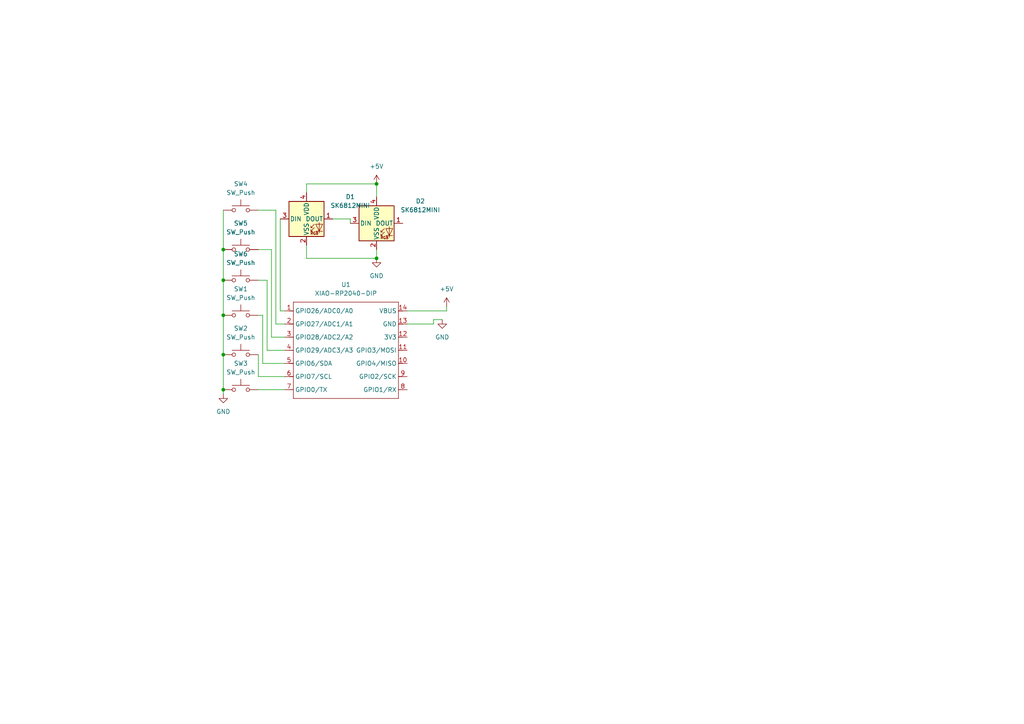
<source format=kicad_sch>
(kicad_sch
	(version 20250114)
	(generator "eeschema")
	(generator_version "9.0")
	(uuid "1fe6042a-8ea1-4b88-91d0-50b3e03889a3")
	(paper "A4")
	(lib_symbols
		(symbol "LED:SK6812MINI"
			(pin_names
				(offset 0.254)
			)
			(exclude_from_sim no)
			(in_bom yes)
			(on_board yes)
			(property "Reference" "D"
				(at 5.08 5.715 0)
				(effects
					(font
						(size 1.27 1.27)
					)
					(justify right bottom)
				)
			)
			(property "Value" "SK6812MINI"
				(at 1.27 -5.715 0)
				(effects
					(font
						(size 1.27 1.27)
					)
					(justify left top)
				)
			)
			(property "Footprint" "LED_SMD:LED_SK6812MINI_PLCC4_3.5x3.5mm_P1.75mm"
				(at 1.27 -7.62 0)
				(effects
					(font
						(size 1.27 1.27)
					)
					(justify left top)
					(hide yes)
				)
			)
			(property "Datasheet" "https://cdn-shop.adafruit.com/product-files/2686/SK6812MINI_REV.01-1-2.pdf"
				(at 2.54 -9.525 0)
				(effects
					(font
						(size 1.27 1.27)
					)
					(justify left top)
					(hide yes)
				)
			)
			(property "Description" "RGB LED with integrated controller"
				(at 0 0 0)
				(effects
					(font
						(size 1.27 1.27)
					)
					(hide yes)
				)
			)
			(property "ki_keywords" "RGB LED NeoPixel Mini addressable"
				(at 0 0 0)
				(effects
					(font
						(size 1.27 1.27)
					)
					(hide yes)
				)
			)
			(property "ki_fp_filters" "LED*SK6812MINI*PLCC*3.5x3.5mm*P1.75mm*"
				(at 0 0 0)
				(effects
					(font
						(size 1.27 1.27)
					)
					(hide yes)
				)
			)
			(symbol "SK6812MINI_0_0"
				(text "RGB"
					(at 2.286 -4.191 0)
					(effects
						(font
							(size 0.762 0.762)
						)
					)
				)
			)
			(symbol "SK6812MINI_0_1"
				(polyline
					(pts
						(xy 1.27 -2.54) (xy 1.778 -2.54)
					)
					(stroke
						(width 0)
						(type default)
					)
					(fill
						(type none)
					)
				)
				(polyline
					(pts
						(xy 1.27 -3.556) (xy 1.778 -3.556)
					)
					(stroke
						(width 0)
						(type default)
					)
					(fill
						(type none)
					)
				)
				(polyline
					(pts
						(xy 2.286 -1.524) (xy 1.27 -2.54) (xy 1.27 -2.032)
					)
					(stroke
						(width 0)
						(type default)
					)
					(fill
						(type none)
					)
				)
				(polyline
					(pts
						(xy 2.286 -2.54) (xy 1.27 -3.556) (xy 1.27 -3.048)
					)
					(stroke
						(width 0)
						(type default)
					)
					(fill
						(type none)
					)
				)
				(polyline
					(pts
						(xy 3.683 -1.016) (xy 3.683 -3.556) (xy 3.683 -4.064)
					)
					(stroke
						(width 0)
						(type default)
					)
					(fill
						(type none)
					)
				)
				(polyline
					(pts
						(xy 4.699 -1.524) (xy 2.667 -1.524) (xy 3.683 -3.556) (xy 4.699 -1.524)
					)
					(stroke
						(width 0)
						(type default)
					)
					(fill
						(type none)
					)
				)
				(polyline
					(pts
						(xy 4.699 -3.556) (xy 2.667 -3.556)
					)
					(stroke
						(width 0)
						(type default)
					)
					(fill
						(type none)
					)
				)
				(rectangle
					(start 5.08 5.08)
					(end -5.08 -5.08)
					(stroke
						(width 0.254)
						(type default)
					)
					(fill
						(type background)
					)
				)
			)
			(symbol "SK6812MINI_1_1"
				(pin input line
					(at -7.62 0 0)
					(length 2.54)
					(name "DIN"
						(effects
							(font
								(size 1.27 1.27)
							)
						)
					)
					(number "3"
						(effects
							(font
								(size 1.27 1.27)
							)
						)
					)
				)
				(pin power_in line
					(at 0 7.62 270)
					(length 2.54)
					(name "VDD"
						(effects
							(font
								(size 1.27 1.27)
							)
						)
					)
					(number "4"
						(effects
							(font
								(size 1.27 1.27)
							)
						)
					)
				)
				(pin power_in line
					(at 0 -7.62 90)
					(length 2.54)
					(name "VSS"
						(effects
							(font
								(size 1.27 1.27)
							)
						)
					)
					(number "2"
						(effects
							(font
								(size 1.27 1.27)
							)
						)
					)
				)
				(pin output line
					(at 7.62 0 180)
					(length 2.54)
					(name "DOUT"
						(effects
							(font
								(size 1.27 1.27)
							)
						)
					)
					(number "1"
						(effects
							(font
								(size 1.27 1.27)
							)
						)
					)
				)
			)
			(embedded_fonts no)
		)
		(symbol "Switch:SW_Push"
			(pin_numbers
				(hide yes)
			)
			(pin_names
				(offset 1.016)
				(hide yes)
			)
			(exclude_from_sim no)
			(in_bom yes)
			(on_board yes)
			(property "Reference" "SW"
				(at 1.27 2.54 0)
				(effects
					(font
						(size 1.27 1.27)
					)
					(justify left)
				)
			)
			(property "Value" "SW_Push"
				(at 0 -1.524 0)
				(effects
					(font
						(size 1.27 1.27)
					)
				)
			)
			(property "Footprint" ""
				(at 0 5.08 0)
				(effects
					(font
						(size 1.27 1.27)
					)
					(hide yes)
				)
			)
			(property "Datasheet" "~"
				(at 0 5.08 0)
				(effects
					(font
						(size 1.27 1.27)
					)
					(hide yes)
				)
			)
			(property "Description" "Push button switch, generic, two pins"
				(at 0 0 0)
				(effects
					(font
						(size 1.27 1.27)
					)
					(hide yes)
				)
			)
			(property "ki_keywords" "switch normally-open pushbutton push-button"
				(at 0 0 0)
				(effects
					(font
						(size 1.27 1.27)
					)
					(hide yes)
				)
			)
			(symbol "SW_Push_0_1"
				(circle
					(center -2.032 0)
					(radius 0.508)
					(stroke
						(width 0)
						(type default)
					)
					(fill
						(type none)
					)
				)
				(polyline
					(pts
						(xy 0 1.27) (xy 0 3.048)
					)
					(stroke
						(width 0)
						(type default)
					)
					(fill
						(type none)
					)
				)
				(circle
					(center 2.032 0)
					(radius 0.508)
					(stroke
						(width 0)
						(type default)
					)
					(fill
						(type none)
					)
				)
				(polyline
					(pts
						(xy 2.54 1.27) (xy -2.54 1.27)
					)
					(stroke
						(width 0)
						(type default)
					)
					(fill
						(type none)
					)
				)
				(pin passive line
					(at -5.08 0 0)
					(length 2.54)
					(name "1"
						(effects
							(font
								(size 1.27 1.27)
							)
						)
					)
					(number "1"
						(effects
							(font
								(size 1.27 1.27)
							)
						)
					)
				)
				(pin passive line
					(at 5.08 0 180)
					(length 2.54)
					(name "2"
						(effects
							(font
								(size 1.27 1.27)
							)
						)
					)
					(number "2"
						(effects
							(font
								(size 1.27 1.27)
							)
						)
					)
				)
			)
			(embedded_fonts no)
		)
		(symbol "opl:XIAO-RP2040-DIP"
			(exclude_from_sim no)
			(in_bom yes)
			(on_board yes)
			(property "Reference" "U"
				(at 0 0 0)
				(effects
					(font
						(size 1.27 1.27)
					)
				)
			)
			(property "Value" "XIAO-RP2040-DIP"
				(at 5.334 -1.778 0)
				(effects
					(font
						(size 1.27 1.27)
					)
				)
			)
			(property "Footprint" "Module:MOUDLE14P-XIAO-DIP-SMD"
				(at 14.478 -32.258 0)
				(effects
					(font
						(size 1.27 1.27)
					)
					(hide yes)
				)
			)
			(property "Datasheet" ""
				(at 0 0 0)
				(effects
					(font
						(size 1.27 1.27)
					)
					(hide yes)
				)
			)
			(property "Description" ""
				(at 0 0 0)
				(effects
					(font
						(size 1.27 1.27)
					)
					(hide yes)
				)
			)
			(symbol "XIAO-RP2040-DIP_1_0"
				(polyline
					(pts
						(xy -1.27 -2.54) (xy 29.21 -2.54)
					)
					(stroke
						(width 0.1524)
						(type solid)
					)
					(fill
						(type none)
					)
				)
				(polyline
					(pts
						(xy -1.27 -5.08) (xy -2.54 -5.08)
					)
					(stroke
						(width 0.1524)
						(type solid)
					)
					(fill
						(type none)
					)
				)
				(polyline
					(pts
						(xy -1.27 -5.08) (xy -1.27 -2.54)
					)
					(stroke
						(width 0.1524)
						(type solid)
					)
					(fill
						(type none)
					)
				)
				(polyline
					(pts
						(xy -1.27 -8.89) (xy -2.54 -8.89)
					)
					(stroke
						(width 0.1524)
						(type solid)
					)
					(fill
						(type none)
					)
				)
				(polyline
					(pts
						(xy -1.27 -8.89) (xy -1.27 -5.08)
					)
					(stroke
						(width 0.1524)
						(type solid)
					)
					(fill
						(type none)
					)
				)
				(polyline
					(pts
						(xy -1.27 -12.7) (xy -2.54 -12.7)
					)
					(stroke
						(width 0.1524)
						(type solid)
					)
					(fill
						(type none)
					)
				)
				(polyline
					(pts
						(xy -1.27 -12.7) (xy -1.27 -8.89)
					)
					(stroke
						(width 0.1524)
						(type solid)
					)
					(fill
						(type none)
					)
				)
				(polyline
					(pts
						(xy -1.27 -16.51) (xy -2.54 -16.51)
					)
					(stroke
						(width 0.1524)
						(type solid)
					)
					(fill
						(type none)
					)
				)
				(polyline
					(pts
						(xy -1.27 -16.51) (xy -1.27 -12.7)
					)
					(stroke
						(width 0.1524)
						(type solid)
					)
					(fill
						(type none)
					)
				)
				(polyline
					(pts
						(xy -1.27 -20.32) (xy -2.54 -20.32)
					)
					(stroke
						(width 0.1524)
						(type solid)
					)
					(fill
						(type none)
					)
				)
				(polyline
					(pts
						(xy -1.27 -24.13) (xy -2.54 -24.13)
					)
					(stroke
						(width 0.1524)
						(type solid)
					)
					(fill
						(type none)
					)
				)
				(polyline
					(pts
						(xy -1.27 -27.94) (xy -2.54 -27.94)
					)
					(stroke
						(width 0.1524)
						(type solid)
					)
					(fill
						(type none)
					)
				)
				(polyline
					(pts
						(xy -1.27 -30.48) (xy -1.27 -16.51)
					)
					(stroke
						(width 0.1524)
						(type solid)
					)
					(fill
						(type none)
					)
				)
				(polyline
					(pts
						(xy 29.21 -2.54) (xy 29.21 -5.08)
					)
					(stroke
						(width 0.1524)
						(type solid)
					)
					(fill
						(type none)
					)
				)
				(polyline
					(pts
						(xy 29.21 -5.08) (xy 29.21 -8.89)
					)
					(stroke
						(width 0.1524)
						(type solid)
					)
					(fill
						(type none)
					)
				)
				(polyline
					(pts
						(xy 29.21 -8.89) (xy 29.21 -12.7)
					)
					(stroke
						(width 0.1524)
						(type solid)
					)
					(fill
						(type none)
					)
				)
				(polyline
					(pts
						(xy 29.21 -12.7) (xy 29.21 -30.48)
					)
					(stroke
						(width 0.1524)
						(type solid)
					)
					(fill
						(type none)
					)
				)
				(polyline
					(pts
						(xy 29.21 -30.48) (xy -1.27 -30.48)
					)
					(stroke
						(width 0.1524)
						(type solid)
					)
					(fill
						(type none)
					)
				)
				(polyline
					(pts
						(xy 30.48 -5.08) (xy 29.21 -5.08)
					)
					(stroke
						(width 0.1524)
						(type solid)
					)
					(fill
						(type none)
					)
				)
				(polyline
					(pts
						(xy 30.48 -8.89) (xy 29.21 -8.89)
					)
					(stroke
						(width 0.1524)
						(type solid)
					)
					(fill
						(type none)
					)
				)
				(polyline
					(pts
						(xy 30.48 -12.7) (xy 29.21 -12.7)
					)
					(stroke
						(width 0.1524)
						(type solid)
					)
					(fill
						(type none)
					)
				)
				(polyline
					(pts
						(xy 30.48 -16.51) (xy 29.21 -16.51)
					)
					(stroke
						(width 0.1524)
						(type solid)
					)
					(fill
						(type none)
					)
				)
				(polyline
					(pts
						(xy 30.48 -20.32) (xy 29.21 -20.32)
					)
					(stroke
						(width 0.1524)
						(type solid)
					)
					(fill
						(type none)
					)
				)
				(polyline
					(pts
						(xy 30.48 -24.13) (xy 29.21 -24.13)
					)
					(stroke
						(width 0.1524)
						(type solid)
					)
					(fill
						(type none)
					)
				)
				(polyline
					(pts
						(xy 30.48 -27.94) (xy 29.21 -27.94)
					)
					(stroke
						(width 0.1524)
						(type solid)
					)
					(fill
						(type none)
					)
				)
				(pin passive line
					(at -3.81 -5.08 0)
					(length 2.54)
					(name "GPIO26/ADC0/A0"
						(effects
							(font
								(size 1.27 1.27)
							)
						)
					)
					(number "1"
						(effects
							(font
								(size 1.27 1.27)
							)
						)
					)
				)
				(pin passive line
					(at -3.81 -8.89 0)
					(length 2.54)
					(name "GPIO27/ADC1/A1"
						(effects
							(font
								(size 1.27 1.27)
							)
						)
					)
					(number "2"
						(effects
							(font
								(size 1.27 1.27)
							)
						)
					)
				)
				(pin passive line
					(at -3.81 -12.7 0)
					(length 2.54)
					(name "GPIO28/ADC2/A2"
						(effects
							(font
								(size 1.27 1.27)
							)
						)
					)
					(number "3"
						(effects
							(font
								(size 1.27 1.27)
							)
						)
					)
				)
				(pin passive line
					(at -3.81 -16.51 0)
					(length 2.54)
					(name "GPIO29/ADC3/A3"
						(effects
							(font
								(size 1.27 1.27)
							)
						)
					)
					(number "4"
						(effects
							(font
								(size 1.27 1.27)
							)
						)
					)
				)
				(pin passive line
					(at -3.81 -20.32 0)
					(length 2.54)
					(name "GPIO6/SDA"
						(effects
							(font
								(size 1.27 1.27)
							)
						)
					)
					(number "5"
						(effects
							(font
								(size 1.27 1.27)
							)
						)
					)
				)
				(pin passive line
					(at -3.81 -24.13 0)
					(length 2.54)
					(name "GPIO7/SCL"
						(effects
							(font
								(size 1.27 1.27)
							)
						)
					)
					(number "6"
						(effects
							(font
								(size 1.27 1.27)
							)
						)
					)
				)
				(pin passive line
					(at -3.81 -27.94 0)
					(length 2.54)
					(name "GPIO0/TX"
						(effects
							(font
								(size 1.27 1.27)
							)
						)
					)
					(number "7"
						(effects
							(font
								(size 1.27 1.27)
							)
						)
					)
				)
				(pin passive line
					(at 31.75 -5.08 180)
					(length 2.54)
					(name "VBUS"
						(effects
							(font
								(size 1.27 1.27)
							)
						)
					)
					(number "14"
						(effects
							(font
								(size 1.27 1.27)
							)
						)
					)
				)
				(pin passive line
					(at 31.75 -8.89 180)
					(length 2.54)
					(name "GND"
						(effects
							(font
								(size 1.27 1.27)
							)
						)
					)
					(number "13"
						(effects
							(font
								(size 1.27 1.27)
							)
						)
					)
				)
				(pin passive line
					(at 31.75 -12.7 180)
					(length 2.54)
					(name "3V3"
						(effects
							(font
								(size 1.27 1.27)
							)
						)
					)
					(number "12"
						(effects
							(font
								(size 1.27 1.27)
							)
						)
					)
				)
				(pin passive line
					(at 31.75 -16.51 180)
					(length 2.54)
					(name "GPIO3/MOSI"
						(effects
							(font
								(size 1.27 1.27)
							)
						)
					)
					(number "11"
						(effects
							(font
								(size 1.27 1.27)
							)
						)
					)
				)
				(pin passive line
					(at 31.75 -20.32 180)
					(length 2.54)
					(name "GPIO4/MISO"
						(effects
							(font
								(size 1.27 1.27)
							)
						)
					)
					(number "10"
						(effects
							(font
								(size 1.27 1.27)
							)
						)
					)
				)
				(pin passive line
					(at 31.75 -24.13 180)
					(length 2.54)
					(name "GPIO2/SCK"
						(effects
							(font
								(size 1.27 1.27)
							)
						)
					)
					(number "9"
						(effects
							(font
								(size 1.27 1.27)
							)
						)
					)
				)
				(pin passive line
					(at 31.75 -27.94 180)
					(length 2.54)
					(name "GPIO1/RX"
						(effects
							(font
								(size 1.27 1.27)
							)
						)
					)
					(number "8"
						(effects
							(font
								(size 1.27 1.27)
							)
						)
					)
				)
			)
			(embedded_fonts no)
		)
		(symbol "power:+5V"
			(power)
			(pin_numbers
				(hide yes)
			)
			(pin_names
				(offset 0)
				(hide yes)
			)
			(exclude_from_sim no)
			(in_bom yes)
			(on_board yes)
			(property "Reference" "#PWR"
				(at 0 -3.81 0)
				(effects
					(font
						(size 1.27 1.27)
					)
					(hide yes)
				)
			)
			(property "Value" "+5V"
				(at 0 3.556 0)
				(effects
					(font
						(size 1.27 1.27)
					)
				)
			)
			(property "Footprint" ""
				(at 0 0 0)
				(effects
					(font
						(size 1.27 1.27)
					)
					(hide yes)
				)
			)
			(property "Datasheet" ""
				(at 0 0 0)
				(effects
					(font
						(size 1.27 1.27)
					)
					(hide yes)
				)
			)
			(property "Description" "Power symbol creates a global label with name \"+5V\""
				(at 0 0 0)
				(effects
					(font
						(size 1.27 1.27)
					)
					(hide yes)
				)
			)
			(property "ki_keywords" "global power"
				(at 0 0 0)
				(effects
					(font
						(size 1.27 1.27)
					)
					(hide yes)
				)
			)
			(symbol "+5V_0_1"
				(polyline
					(pts
						(xy -0.762 1.27) (xy 0 2.54)
					)
					(stroke
						(width 0)
						(type default)
					)
					(fill
						(type none)
					)
				)
				(polyline
					(pts
						(xy 0 2.54) (xy 0.762 1.27)
					)
					(stroke
						(width 0)
						(type default)
					)
					(fill
						(type none)
					)
				)
				(polyline
					(pts
						(xy 0 0) (xy 0 2.54)
					)
					(stroke
						(width 0)
						(type default)
					)
					(fill
						(type none)
					)
				)
			)
			(symbol "+5V_1_1"
				(pin power_in line
					(at 0 0 90)
					(length 0)
					(name "~"
						(effects
							(font
								(size 1.27 1.27)
							)
						)
					)
					(number "1"
						(effects
							(font
								(size 1.27 1.27)
							)
						)
					)
				)
			)
			(embedded_fonts no)
		)
		(symbol "power:GND"
			(power)
			(pin_numbers
				(hide yes)
			)
			(pin_names
				(offset 0)
				(hide yes)
			)
			(exclude_from_sim no)
			(in_bom yes)
			(on_board yes)
			(property "Reference" "#PWR"
				(at 0 -6.35 0)
				(effects
					(font
						(size 1.27 1.27)
					)
					(hide yes)
				)
			)
			(property "Value" "GND"
				(at 0 -3.81 0)
				(effects
					(font
						(size 1.27 1.27)
					)
				)
			)
			(property "Footprint" ""
				(at 0 0 0)
				(effects
					(font
						(size 1.27 1.27)
					)
					(hide yes)
				)
			)
			(property "Datasheet" ""
				(at 0 0 0)
				(effects
					(font
						(size 1.27 1.27)
					)
					(hide yes)
				)
			)
			(property "Description" "Power symbol creates a global label with name \"GND\" , ground"
				(at 0 0 0)
				(effects
					(font
						(size 1.27 1.27)
					)
					(hide yes)
				)
			)
			(property "ki_keywords" "global power"
				(at 0 0 0)
				(effects
					(font
						(size 1.27 1.27)
					)
					(hide yes)
				)
			)
			(symbol "GND_0_1"
				(polyline
					(pts
						(xy 0 0) (xy 0 -1.27) (xy 1.27 -1.27) (xy 0 -2.54) (xy -1.27 -1.27) (xy 0 -1.27)
					)
					(stroke
						(width 0)
						(type default)
					)
					(fill
						(type none)
					)
				)
			)
			(symbol "GND_1_1"
				(pin power_in line
					(at 0 0 270)
					(length 0)
					(name "~"
						(effects
							(font
								(size 1.27 1.27)
							)
						)
					)
					(number "1"
						(effects
							(font
								(size 1.27 1.27)
							)
						)
					)
				)
			)
			(embedded_fonts no)
		)
	)
	(junction
		(at 64.77 102.87)
		(diameter 0)
		(color 0 0 0 0)
		(uuid "03dc560f-5b60-4696-9580-027dc8f4ffd4")
	)
	(junction
		(at 109.22 74.93)
		(diameter 0)
		(color 0 0 0 0)
		(uuid "44518b68-5b7a-4c8c-9153-ba56f4c812cb")
	)
	(junction
		(at 109.22 53.34)
		(diameter 0)
		(color 0 0 0 0)
		(uuid "654c0af6-fafa-41ca-b857-5849f1674c8a")
	)
	(junction
		(at 64.77 81.28)
		(diameter 0)
		(color 0 0 0 0)
		(uuid "900bdc89-4d5c-4430-80d9-733ab5c8d9f2")
	)
	(junction
		(at 64.77 91.44)
		(diameter 0)
		(color 0 0 0 0)
		(uuid "aab70a8f-9482-4d10-a86f-e3100f3489de")
	)
	(junction
		(at 64.77 113.03)
		(diameter 0)
		(color 0 0 0 0)
		(uuid "d256c1e3-1c83-4aa6-872e-089217874903")
	)
	(junction
		(at 64.77 72.39)
		(diameter 0)
		(color 0 0 0 0)
		(uuid "f20791b3-392b-4cb9-9968-20fc7ed169df")
	)
	(wire
		(pts
			(xy 74.93 81.28) (xy 77.47 81.28)
		)
		(stroke
			(width 0)
			(type default)
		)
		(uuid "00c1b262-0092-4c20-a42e-d0920c42da30")
	)
	(wire
		(pts
			(xy 64.77 113.03) (xy 64.77 114.3)
		)
		(stroke
			(width 0)
			(type default)
		)
		(uuid "0ad4318b-559d-4e99-baf3-ee7ff13a298d")
	)
	(wire
		(pts
			(xy 78.74 97.79) (xy 82.55 97.79)
		)
		(stroke
			(width 0)
			(type default)
		)
		(uuid "11227055-f565-496d-aac1-1101441f2e0d")
	)
	(wire
		(pts
			(xy 64.77 102.87) (xy 64.77 113.03)
		)
		(stroke
			(width 0)
			(type default)
		)
		(uuid "1d11dcfe-809d-477e-93fe-526d7b1706cb")
	)
	(wire
		(pts
			(xy 78.74 72.39) (xy 78.74 97.79)
		)
		(stroke
			(width 0)
			(type default)
		)
		(uuid "1fa8a7b6-98d0-4999-be88-125f41f91739")
	)
	(wire
		(pts
			(xy 88.9 74.93) (xy 109.22 74.93)
		)
		(stroke
			(width 0)
			(type default)
		)
		(uuid "298a968d-b961-42cc-85bd-ee2c04013cb2")
	)
	(wire
		(pts
			(xy 74.93 109.22) (xy 82.55 109.22)
		)
		(stroke
			(width 0)
			(type default)
		)
		(uuid "380e1ae5-6fdf-4802-8021-dc0f67a841f1")
	)
	(wire
		(pts
			(xy 81.28 90.17) (xy 82.55 90.17)
		)
		(stroke
			(width 0)
			(type default)
		)
		(uuid "3be3bcf5-dceb-4cc3-9a22-777c4e940b3f")
	)
	(wire
		(pts
			(xy 96.52 63.5) (xy 101.6 63.5)
		)
		(stroke
			(width 0)
			(type default)
		)
		(uuid "45c55e5c-8d04-4e5d-b58b-4ca5f53bd3cc")
	)
	(wire
		(pts
			(xy 76.2 91.44) (xy 76.2 105.41)
		)
		(stroke
			(width 0)
			(type default)
		)
		(uuid "4bae8d5b-5f0b-4fa3-b09d-0143cdca2c97")
	)
	(wire
		(pts
			(xy 74.93 113.03) (xy 82.55 113.03)
		)
		(stroke
			(width 0)
			(type default)
		)
		(uuid "55f5cd58-2fc7-4431-ba10-74b9773bbb0a")
	)
	(wire
		(pts
			(xy 64.77 91.44) (xy 64.77 102.87)
		)
		(stroke
			(width 0)
			(type default)
		)
		(uuid "585ce2b1-1a81-4248-ad56-32c16466ec85")
	)
	(wire
		(pts
			(xy 76.2 105.41) (xy 82.55 105.41)
		)
		(stroke
			(width 0)
			(type default)
		)
		(uuid "6308ce95-bf1e-4260-aedb-0f5e57ac8e45")
	)
	(wire
		(pts
			(xy 64.77 60.96) (xy 64.77 72.39)
		)
		(stroke
			(width 0)
			(type default)
		)
		(uuid "640c9d67-dcdb-4d79-a1cc-4597feb47e7a")
	)
	(wire
		(pts
			(xy 88.9 55.88) (xy 88.9 53.34)
		)
		(stroke
			(width 0)
			(type default)
		)
		(uuid "68a9340f-3dfc-4c69-bd47-7c21a2fb8c29")
	)
	(wire
		(pts
			(xy 77.47 101.6) (xy 82.55 101.6)
		)
		(stroke
			(width 0)
			(type default)
		)
		(uuid "71b300d8-593d-439c-80aa-9b1f6a68e147")
	)
	(wire
		(pts
			(xy 125.73 93.98) (xy 125.73 92.71)
		)
		(stroke
			(width 0)
			(type default)
		)
		(uuid "73d485b6-7b55-42a3-9ae3-12bcaebe933d")
	)
	(wire
		(pts
			(xy 109.22 53.34) (xy 109.22 57.15)
		)
		(stroke
			(width 0)
			(type default)
		)
		(uuid "7c28b73f-81c7-4607-b026-66e1095d229b")
	)
	(wire
		(pts
			(xy 80.01 60.96) (xy 80.01 93.98)
		)
		(stroke
			(width 0)
			(type default)
		)
		(uuid "7df46b75-a8db-418f-992c-c707a446366d")
	)
	(wire
		(pts
			(xy 74.93 102.87) (xy 74.93 109.22)
		)
		(stroke
			(width 0)
			(type default)
		)
		(uuid "87b0305f-6878-4a79-bf4c-49ba1134c731")
	)
	(wire
		(pts
			(xy 118.11 93.98) (xy 125.73 93.98)
		)
		(stroke
			(width 0)
			(type default)
		)
		(uuid "9199b6b2-b6b3-4b73-b44c-73185aba00b7")
	)
	(wire
		(pts
			(xy 88.9 53.34) (xy 109.22 53.34)
		)
		(stroke
			(width 0)
			(type default)
		)
		(uuid "92f65c61-a12a-4be1-a476-4cef0a476cd4")
	)
	(wire
		(pts
			(xy 118.11 90.17) (xy 129.54 90.17)
		)
		(stroke
			(width 0)
			(type default)
		)
		(uuid "9ef0c01d-baaf-49e5-8fb7-ed4c5847aeea")
	)
	(wire
		(pts
			(xy 80.01 93.98) (xy 82.55 93.98)
		)
		(stroke
			(width 0)
			(type default)
		)
		(uuid "9fa69c7a-5cd8-4c7d-bccf-fbd7949a0024")
	)
	(wire
		(pts
			(xy 81.28 63.5) (xy 81.28 90.17)
		)
		(stroke
			(width 0)
			(type default)
		)
		(uuid "aba35346-a04a-4d0d-8149-772731946fb5")
	)
	(wire
		(pts
			(xy 74.93 60.96) (xy 80.01 60.96)
		)
		(stroke
			(width 0)
			(type default)
		)
		(uuid "b032b53d-01bd-47ab-b633-8c4966b6b293")
	)
	(wire
		(pts
			(xy 77.47 81.28) (xy 77.47 101.6)
		)
		(stroke
			(width 0)
			(type default)
		)
		(uuid "b53ab6b4-756e-47d3-8657-30030adb4f7a")
	)
	(wire
		(pts
			(xy 64.77 72.39) (xy 64.77 81.28)
		)
		(stroke
			(width 0)
			(type default)
		)
		(uuid "ba03213e-7398-49af-b4fa-cf0772d97f8a")
	)
	(wire
		(pts
			(xy 129.54 90.17) (xy 129.54 88.9)
		)
		(stroke
			(width 0)
			(type default)
		)
		(uuid "c0646504-3c4d-4f74-95d5-15aa002953be")
	)
	(wire
		(pts
			(xy 74.93 72.39) (xy 78.74 72.39)
		)
		(stroke
			(width 0)
			(type default)
		)
		(uuid "c89309b0-f66b-448c-89f0-3cb40f25100a")
	)
	(wire
		(pts
			(xy 109.22 72.39) (xy 109.22 74.93)
		)
		(stroke
			(width 0)
			(type default)
		)
		(uuid "cfcf86aa-9fdf-4b32-8717-ac489d2d656f")
	)
	(wire
		(pts
			(xy 88.9 71.12) (xy 88.9 74.93)
		)
		(stroke
			(width 0)
			(type default)
		)
		(uuid "d600ccac-0f8d-4fcb-bef7-d67f62d5e2cc")
	)
	(wire
		(pts
			(xy 64.77 81.28) (xy 64.77 91.44)
		)
		(stroke
			(width 0)
			(type default)
		)
		(uuid "d9f9ef9d-5be8-4dd7-82f2-4bd102d142ec")
	)
	(wire
		(pts
			(xy 101.6 63.5) (xy 101.6 64.77)
		)
		(stroke
			(width 0)
			(type default)
		)
		(uuid "e34aff6d-5f28-4a33-ba70-c1c7e2be1ea9")
	)
	(wire
		(pts
			(xy 74.93 91.44) (xy 76.2 91.44)
		)
		(stroke
			(width 0)
			(type default)
		)
		(uuid "e61efd98-2500-438e-bd4a-30c8fbb77ec7")
	)
	(wire
		(pts
			(xy 125.73 92.71) (xy 128.27 92.71)
		)
		(stroke
			(width 0)
			(type default)
		)
		(uuid "f9c1d4cf-e0d4-46fe-b500-d78471686a8d")
	)
	(symbol
		(lib_id "LED:SK6812MINI")
		(at 109.22 64.77 0)
		(unit 1)
		(exclude_from_sim no)
		(in_bom yes)
		(on_board yes)
		(dnp no)
		(fields_autoplaced yes)
		(uuid "00d93551-2929-4933-8e43-6bc22a1551a9")
		(property "Reference" "D2"
			(at 121.92 58.3498 0)
			(effects
				(font
					(size 1.27 1.27)
				)
			)
		)
		(property "Value" "SK6812MINI"
			(at 121.92 60.8898 0)
			(effects
				(font
					(size 1.27 1.27)
				)
			)
		)
		(property "Footprint" "LED_SMD:LED_SK6812MINI_PLCC4_3.5x3.5mm_P1.75mm"
			(at 110.49 72.39 0)
			(effects
				(font
					(size 1.27 1.27)
				)
				(justify left top)
				(hide yes)
			)
		)
		(property "Datasheet" "https://cdn-shop.adafruit.com/product-files/2686/SK6812MINI_REV.01-1-2.pdf"
			(at 111.76 74.295 0)
			(effects
				(font
					(size 1.27 1.27)
				)
				(justify left top)
				(hide yes)
			)
		)
		(property "Description" "RGB LED with integrated controller"
			(at 109.22 64.77 0)
			(effects
				(font
					(size 1.27 1.27)
				)
				(hide yes)
			)
		)
		(pin "3"
			(uuid "14fbb13b-e517-4341-8d5d-d9f87a83e099")
		)
		(pin "4"
			(uuid "8c19db1a-2b68-41ba-af55-48f73861fb19")
		)
		(pin "1"
			(uuid "c3f1da3f-fb99-4754-9516-e17455eb8eda")
		)
		(pin "2"
			(uuid "9d1bd18f-862d-4a9c-aab6-3c77c1eaae53")
		)
		(instances
			(project ""
				(path "/1fe6042a-8ea1-4b88-91d0-50b3e03889a3"
					(reference "D2")
					(unit 1)
				)
			)
		)
	)
	(symbol
		(lib_id "Switch:SW_Push")
		(at 69.85 91.44 0)
		(unit 1)
		(exclude_from_sim no)
		(in_bom yes)
		(on_board yes)
		(dnp no)
		(fields_autoplaced yes)
		(uuid "14405dd3-781b-4b62-ac82-1d843d7fce48")
		(property "Reference" "SW1"
			(at 69.85 83.82 0)
			(effects
				(font
					(size 1.27 1.27)
				)
			)
		)
		(property "Value" "SW_Push"
			(at 69.85 86.36 0)
			(effects
				(font
					(size 1.27 1.27)
				)
			)
		)
		(property "Footprint" "Button_Switch_Keyboard:SW_Cherry_MX_1.00u_PCB"
			(at 69.85 86.36 0)
			(effects
				(font
					(size 1.27 1.27)
				)
				(hide yes)
			)
		)
		(property "Datasheet" "~"
			(at 69.85 86.36 0)
			(effects
				(font
					(size 1.27 1.27)
				)
				(hide yes)
			)
		)
		(property "Description" "Push button switch, generic, two pins"
			(at 69.85 91.44 0)
			(effects
				(font
					(size 1.27 1.27)
				)
				(hide yes)
			)
		)
		(pin "2"
			(uuid "4af4163f-6b77-4a02-b28a-ccb147cb4abb")
		)
		(pin "1"
			(uuid "2fa73d5d-60b5-4430-8247-78df34fa9c0a")
		)
		(instances
			(project ""
				(path "/1fe6042a-8ea1-4b88-91d0-50b3e03889a3"
					(reference "SW1")
					(unit 1)
				)
			)
		)
	)
	(symbol
		(lib_id "power:GND")
		(at 128.27 92.71 0)
		(unit 1)
		(exclude_from_sim no)
		(in_bom yes)
		(on_board yes)
		(dnp no)
		(fields_autoplaced yes)
		(uuid "1d6d9018-7d20-4764-9f2f-9f0867b9056f")
		(property "Reference" "#PWR02"
			(at 128.27 99.06 0)
			(effects
				(font
					(size 1.27 1.27)
				)
				(hide yes)
			)
		)
		(property "Value" "GND"
			(at 128.27 97.79 0)
			(effects
				(font
					(size 1.27 1.27)
				)
			)
		)
		(property "Footprint" ""
			(at 128.27 92.71 0)
			(effects
				(font
					(size 1.27 1.27)
				)
				(hide yes)
			)
		)
		(property "Datasheet" ""
			(at 128.27 92.71 0)
			(effects
				(font
					(size 1.27 1.27)
				)
				(hide yes)
			)
		)
		(property "Description" "Power symbol creates a global label with name \"GND\" , ground"
			(at 128.27 92.71 0)
			(effects
				(font
					(size 1.27 1.27)
				)
				(hide yes)
			)
		)
		(pin "1"
			(uuid "71329721-675d-4389-bb4b-3d03ef3a4a5f")
		)
		(instances
			(project ""
				(path "/1fe6042a-8ea1-4b88-91d0-50b3e03889a3"
					(reference "#PWR02")
					(unit 1)
				)
			)
		)
	)
	(symbol
		(lib_id "power:+5V")
		(at 129.54 88.9 0)
		(unit 1)
		(exclude_from_sim no)
		(in_bom yes)
		(on_board yes)
		(dnp no)
		(fields_autoplaced yes)
		(uuid "228ec103-a438-4edd-82a1-56052c75a1f6")
		(property "Reference" "#PWR03"
			(at 129.54 92.71 0)
			(effects
				(font
					(size 1.27 1.27)
				)
				(hide yes)
			)
		)
		(property "Value" "+5V"
			(at 129.54 83.82 0)
			(effects
				(font
					(size 1.27 1.27)
				)
			)
		)
		(property "Footprint" ""
			(at 129.54 88.9 0)
			(effects
				(font
					(size 1.27 1.27)
				)
				(hide yes)
			)
		)
		(property "Datasheet" ""
			(at 129.54 88.9 0)
			(effects
				(font
					(size 1.27 1.27)
				)
				(hide yes)
			)
		)
		(property "Description" "Power symbol creates a global label with name \"+5V\""
			(at 129.54 88.9 0)
			(effects
				(font
					(size 1.27 1.27)
				)
				(hide yes)
			)
		)
		(pin "1"
			(uuid "d74cb0fb-497f-4719-bc92-715d5d2bba01")
		)
		(instances
			(project ""
				(path "/1fe6042a-8ea1-4b88-91d0-50b3e03889a3"
					(reference "#PWR03")
					(unit 1)
				)
			)
		)
	)
	(symbol
		(lib_id "LED:SK6812MINI")
		(at 88.9 63.5 0)
		(unit 1)
		(exclude_from_sim no)
		(in_bom yes)
		(on_board yes)
		(dnp no)
		(fields_autoplaced yes)
		(uuid "3e8ba4fd-e755-40a8-812f-5ba1b3e017b9")
		(property "Reference" "D1"
			(at 101.6 57.0798 0)
			(effects
				(font
					(size 1.27 1.27)
				)
			)
		)
		(property "Value" "SK6812MINI"
			(at 101.6 59.6198 0)
			(effects
				(font
					(size 1.27 1.27)
				)
			)
		)
		(property "Footprint" "LED_SMD:LED_SK6812MINI_PLCC4_3.5x3.5mm_P1.75mm"
			(at 90.17 71.12 0)
			(effects
				(font
					(size 1.27 1.27)
				)
				(justify left top)
				(hide yes)
			)
		)
		(property "Datasheet" "https://cdn-shop.adafruit.com/product-files/2686/SK6812MINI_REV.01-1-2.pdf"
			(at 91.44 73.025 0)
			(effects
				(font
					(size 1.27 1.27)
				)
				(justify left top)
				(hide yes)
			)
		)
		(property "Description" "RGB LED with integrated controller"
			(at 88.9 63.5 0)
			(effects
				(font
					(size 1.27 1.27)
				)
				(hide yes)
			)
		)
		(pin "4"
			(uuid "fcb7a3f6-2a68-4fae-a958-4018f829bc8c")
		)
		(pin "1"
			(uuid "08bb0e67-4c78-4481-972d-10b704587d2e")
		)
		(pin "3"
			(uuid "dea39503-4e61-453f-b467-5a980c84e3ed")
		)
		(pin "2"
			(uuid "cc46a835-3e97-404d-a17c-ad156384f627")
		)
		(instances
			(project ""
				(path "/1fe6042a-8ea1-4b88-91d0-50b3e03889a3"
					(reference "D1")
					(unit 1)
				)
			)
		)
	)
	(symbol
		(lib_id "power:+5V")
		(at 109.22 53.34 0)
		(unit 1)
		(exclude_from_sim no)
		(in_bom yes)
		(on_board yes)
		(dnp no)
		(fields_autoplaced yes)
		(uuid "40e3646b-5c03-4d20-a30b-b003404a6a25")
		(property "Reference" "#PWR04"
			(at 109.22 57.15 0)
			(effects
				(font
					(size 1.27 1.27)
				)
				(hide yes)
			)
		)
		(property "Value" "+5V"
			(at 109.22 48.26 0)
			(effects
				(font
					(size 1.27 1.27)
				)
			)
		)
		(property "Footprint" ""
			(at 109.22 53.34 0)
			(effects
				(font
					(size 1.27 1.27)
				)
				(hide yes)
			)
		)
		(property "Datasheet" ""
			(at 109.22 53.34 0)
			(effects
				(font
					(size 1.27 1.27)
				)
				(hide yes)
			)
		)
		(property "Description" "Power symbol creates a global label with name \"+5V\""
			(at 109.22 53.34 0)
			(effects
				(font
					(size 1.27 1.27)
				)
				(hide yes)
			)
		)
		(pin "1"
			(uuid "78e2ad82-c15c-419d-8a4f-cc9fb0579954")
		)
		(instances
			(project ""
				(path "/1fe6042a-8ea1-4b88-91d0-50b3e03889a3"
					(reference "#PWR04")
					(unit 1)
				)
			)
		)
	)
	(symbol
		(lib_id "Switch:SW_Push")
		(at 69.85 102.87 0)
		(unit 1)
		(exclude_from_sim no)
		(in_bom yes)
		(on_board yes)
		(dnp no)
		(fields_autoplaced yes)
		(uuid "48c57c41-934e-4870-91c6-abaeffb9f8f6")
		(property "Reference" "SW2"
			(at 69.85 95.25 0)
			(effects
				(font
					(size 1.27 1.27)
				)
			)
		)
		(property "Value" "SW_Push"
			(at 69.85 97.79 0)
			(effects
				(font
					(size 1.27 1.27)
				)
			)
		)
		(property "Footprint" "Button_Switch_Keyboard:SW_Cherry_MX_1.00u_PCB"
			(at 69.85 97.79 0)
			(effects
				(font
					(size 1.27 1.27)
				)
				(hide yes)
			)
		)
		(property "Datasheet" "~"
			(at 69.85 97.79 0)
			(effects
				(font
					(size 1.27 1.27)
				)
				(hide yes)
			)
		)
		(property "Description" "Push button switch, generic, two pins"
			(at 69.85 102.87 0)
			(effects
				(font
					(size 1.27 1.27)
				)
				(hide yes)
			)
		)
		(pin "2"
			(uuid "e0a87540-3553-437b-8a34-028ee635a178")
		)
		(pin "1"
			(uuid "81842915-7d6f-4b8b-8238-a56d59b15a68")
		)
		(instances
			(project ""
				(path "/1fe6042a-8ea1-4b88-91d0-50b3e03889a3"
					(reference "SW2")
					(unit 1)
				)
			)
		)
	)
	(symbol
		(lib_id "Switch:SW_Push")
		(at 69.85 72.39 0)
		(unit 1)
		(exclude_from_sim no)
		(in_bom yes)
		(on_board yes)
		(dnp no)
		(fields_autoplaced yes)
		(uuid "66ec5f90-d801-4492-af25-b5f7dc25337f")
		(property "Reference" "SW5"
			(at 69.85 64.77 0)
			(effects
				(font
					(size 1.27 1.27)
				)
			)
		)
		(property "Value" "SW_Push"
			(at 69.85 67.31 0)
			(effects
				(font
					(size 1.27 1.27)
				)
			)
		)
		(property "Footprint" "Button_Switch_Keyboard:SW_Cherry_MX_1.00u_PCB"
			(at 69.85 67.31 0)
			(effects
				(font
					(size 1.27 1.27)
				)
				(hide yes)
			)
		)
		(property "Datasheet" "~"
			(at 69.85 67.31 0)
			(effects
				(font
					(size 1.27 1.27)
				)
				(hide yes)
			)
		)
		(property "Description" "Push button switch, generic, two pins"
			(at 69.85 72.39 0)
			(effects
				(font
					(size 1.27 1.27)
				)
				(hide yes)
			)
		)
		(pin "2"
			(uuid "947e30fb-2055-4a22-ace1-9786613f5502")
		)
		(pin "1"
			(uuid "ce66a67d-b183-4ec1-bb24-5bb29c340e84")
		)
		(instances
			(project ""
				(path "/1fe6042a-8ea1-4b88-91d0-50b3e03889a3"
					(reference "SW5")
					(unit 1)
				)
			)
		)
	)
	(symbol
		(lib_id "Switch:SW_Push")
		(at 69.85 81.28 0)
		(unit 1)
		(exclude_from_sim no)
		(in_bom yes)
		(on_board yes)
		(dnp no)
		(fields_autoplaced yes)
		(uuid "6a2dd180-b153-4cfe-bef7-c4f2641a693a")
		(property "Reference" "SW6"
			(at 69.85 73.66 0)
			(effects
				(font
					(size 1.27 1.27)
				)
			)
		)
		(property "Value" "SW_Push"
			(at 69.85 76.2 0)
			(effects
				(font
					(size 1.27 1.27)
				)
			)
		)
		(property "Footprint" "Button_Switch_Keyboard:SW_Cherry_MX_1.00u_PCB"
			(at 69.85 76.2 0)
			(effects
				(font
					(size 1.27 1.27)
				)
				(hide yes)
			)
		)
		(property "Datasheet" "~"
			(at 69.85 76.2 0)
			(effects
				(font
					(size 1.27 1.27)
				)
				(hide yes)
			)
		)
		(property "Description" "Push button switch, generic, two pins"
			(at 69.85 81.28 0)
			(effects
				(font
					(size 1.27 1.27)
				)
				(hide yes)
			)
		)
		(pin "1"
			(uuid "35309bf6-1dc5-420d-a2f4-c7fe734e0ca3")
		)
		(pin "2"
			(uuid "efd7d082-7567-4a10-8d13-44782de1e2ed")
		)
		(instances
			(project ""
				(path "/1fe6042a-8ea1-4b88-91d0-50b3e03889a3"
					(reference "SW6")
					(unit 1)
				)
			)
		)
	)
	(symbol
		(lib_id "Switch:SW_Push")
		(at 69.85 60.96 0)
		(unit 1)
		(exclude_from_sim no)
		(in_bom yes)
		(on_board yes)
		(dnp no)
		(fields_autoplaced yes)
		(uuid "7ec3747d-32cb-4e36-b0d6-2ab10d7aacc5")
		(property "Reference" "SW4"
			(at 69.85 53.34 0)
			(effects
				(font
					(size 1.27 1.27)
				)
			)
		)
		(property "Value" "SW_Push"
			(at 69.85 55.88 0)
			(effects
				(font
					(size 1.27 1.27)
				)
			)
		)
		(property "Footprint" "Button_Switch_Keyboard:SW_Cherry_MX_1.00u_PCB"
			(at 69.85 55.88 0)
			(effects
				(font
					(size 1.27 1.27)
				)
				(hide yes)
			)
		)
		(property "Datasheet" "~"
			(at 69.85 55.88 0)
			(effects
				(font
					(size 1.27 1.27)
				)
				(hide yes)
			)
		)
		(property "Description" "Push button switch, generic, two pins"
			(at 69.85 60.96 0)
			(effects
				(font
					(size 1.27 1.27)
				)
				(hide yes)
			)
		)
		(pin "1"
			(uuid "d13702e7-2a77-4d1a-b51d-7ded35dc220d")
		)
		(pin "2"
			(uuid "82078c3f-6757-4813-ac9a-eefa5c0b4ffc")
		)
		(instances
			(project ""
				(path "/1fe6042a-8ea1-4b88-91d0-50b3e03889a3"
					(reference "SW4")
					(unit 1)
				)
			)
		)
	)
	(symbol
		(lib_id "power:GND")
		(at 109.22 74.93 0)
		(unit 1)
		(exclude_from_sim no)
		(in_bom yes)
		(on_board yes)
		(dnp no)
		(fields_autoplaced yes)
		(uuid "8c2ae4dd-73ef-4721-860b-4aef84d5c4ad")
		(property "Reference" "#PWR01"
			(at 109.22 81.28 0)
			(effects
				(font
					(size 1.27 1.27)
				)
				(hide yes)
			)
		)
		(property "Value" "GND"
			(at 109.22 80.01 0)
			(effects
				(font
					(size 1.27 1.27)
				)
			)
		)
		(property "Footprint" ""
			(at 109.22 74.93 0)
			(effects
				(font
					(size 1.27 1.27)
				)
				(hide yes)
			)
		)
		(property "Datasheet" ""
			(at 109.22 74.93 0)
			(effects
				(font
					(size 1.27 1.27)
				)
				(hide yes)
			)
		)
		(property "Description" "Power symbol creates a global label with name \"GND\" , ground"
			(at 109.22 74.93 0)
			(effects
				(font
					(size 1.27 1.27)
				)
				(hide yes)
			)
		)
		(pin "1"
			(uuid "2f92676d-f04c-4898-85c2-5287eeb136f7")
		)
		(instances
			(project ""
				(path "/1fe6042a-8ea1-4b88-91d0-50b3e03889a3"
					(reference "#PWR01")
					(unit 1)
				)
			)
		)
	)
	(symbol
		(lib_id "power:GND")
		(at 64.77 114.3 0)
		(unit 1)
		(exclude_from_sim no)
		(in_bom yes)
		(on_board yes)
		(dnp no)
		(fields_autoplaced yes)
		(uuid "c9f4fdb9-f670-478a-ab03-e68cd18d3333")
		(property "Reference" "#PWR05"
			(at 64.77 120.65 0)
			(effects
				(font
					(size 1.27 1.27)
				)
				(hide yes)
			)
		)
		(property "Value" "GND"
			(at 64.77 119.38 0)
			(effects
				(font
					(size 1.27 1.27)
				)
			)
		)
		(property "Footprint" ""
			(at 64.77 114.3 0)
			(effects
				(font
					(size 1.27 1.27)
				)
				(hide yes)
			)
		)
		(property "Datasheet" ""
			(at 64.77 114.3 0)
			(effects
				(font
					(size 1.27 1.27)
				)
				(hide yes)
			)
		)
		(property "Description" "Power symbol creates a global label with name \"GND\" , ground"
			(at 64.77 114.3 0)
			(effects
				(font
					(size 1.27 1.27)
				)
				(hide yes)
			)
		)
		(pin "1"
			(uuid "7e8e3b85-bd9f-484e-8640-ea676025160f")
		)
		(instances
			(project ""
				(path "/1fe6042a-8ea1-4b88-91d0-50b3e03889a3"
					(reference "#PWR05")
					(unit 1)
				)
			)
		)
	)
	(symbol
		(lib_id "Switch:SW_Push")
		(at 69.85 113.03 0)
		(unit 1)
		(exclude_from_sim no)
		(in_bom yes)
		(on_board yes)
		(dnp no)
		(fields_autoplaced yes)
		(uuid "f61b59d7-0e5c-4206-9f45-7cc346af5c76")
		(property "Reference" "SW3"
			(at 69.85 105.41 0)
			(effects
				(font
					(size 1.27 1.27)
				)
			)
		)
		(property "Value" "SW_Push"
			(at 69.85 107.95 0)
			(effects
				(font
					(size 1.27 1.27)
				)
			)
		)
		(property "Footprint" "Button_Switch_Keyboard:SW_Cherry_MX_1.00u_PCB"
			(at 69.85 107.95 0)
			(effects
				(font
					(size 1.27 1.27)
				)
				(hide yes)
			)
		)
		(property "Datasheet" "~"
			(at 69.85 107.95 0)
			(effects
				(font
					(size 1.27 1.27)
				)
				(hide yes)
			)
		)
		(property "Description" "Push button switch, generic, two pins"
			(at 69.85 113.03 0)
			(effects
				(font
					(size 1.27 1.27)
				)
				(hide yes)
			)
		)
		(pin "1"
			(uuid "99281d61-eab8-4b74-bb5b-65d4733738a2")
		)
		(pin "2"
			(uuid "c95d5228-9885-4cb9-9db6-03e1924d9c0a")
		)
		(instances
			(project ""
				(path "/1fe6042a-8ea1-4b88-91d0-50b3e03889a3"
					(reference "SW3")
					(unit 1)
				)
			)
		)
	)
	(symbol
		(lib_id "opl:XIAO-RP2040-DIP")
		(at 86.36 85.09 0)
		(unit 1)
		(exclude_from_sim no)
		(in_bom yes)
		(on_board yes)
		(dnp no)
		(fields_autoplaced yes)
		(uuid "f6fbf6e0-afed-4382-ab17-f6bf30c2a17b")
		(property "Reference" "U1"
			(at 100.33 82.55 0)
			(effects
				(font
					(size 1.27 1.27)
				)
			)
		)
		(property "Value" "XIAO-RP2040-DIP"
			(at 100.33 85.09 0)
			(effects
				(font
					(size 1.27 1.27)
				)
			)
		)
		(property "Footprint" "opl:XIAO-RP2040-DIP"
			(at 100.838 117.348 0)
			(effects
				(font
					(size 1.27 1.27)
				)
				(hide yes)
			)
		)
		(property "Datasheet" ""
			(at 86.36 85.09 0)
			(effects
				(font
					(size 1.27 1.27)
				)
				(hide yes)
			)
		)
		(property "Description" ""
			(at 86.36 85.09 0)
			(effects
				(font
					(size 1.27 1.27)
				)
				(hide yes)
			)
		)
		(pin "12"
			(uuid "d5691ca6-d1bd-4d86-9402-815fcdb451aa")
		)
		(pin "7"
			(uuid "52c048c7-eb84-4b7b-9863-55c25f88609b")
		)
		(pin "1"
			(uuid "de12d11f-0998-48ff-a6f9-72f3d0e5b4f1")
		)
		(pin "5"
			(uuid "7e2d67e9-0567-4ea1-843a-ecc6c981a878")
		)
		(pin "6"
			(uuid "cf80960d-26b1-4936-a3fc-41cd91bc41c7")
		)
		(pin "11"
			(uuid "4f90471a-6611-4c2e-b367-17ecb0bfec92")
		)
		(pin "10"
			(uuid "e8621e18-fef5-4752-8b18-4437a2f91e9e")
		)
		(pin "9"
			(uuid "dd634a9f-f969-48d5-afef-90ac87b26dde")
		)
		(pin "4"
			(uuid "bb2081a3-ccd9-485f-98b9-2691a153a6e7")
		)
		(pin "3"
			(uuid "a905a75d-d3e8-4505-b9c5-4d797c0dea42")
		)
		(pin "14"
			(uuid "c6c02c52-48e6-47b6-8da8-4f48f60067eb")
		)
		(pin "2"
			(uuid "ae7af966-6017-45f3-afe1-3b971b41baf5")
		)
		(pin "13"
			(uuid "c1dc12d6-fa27-46d0-9957-8f54747a1eec")
		)
		(pin "8"
			(uuid "8d125914-c82a-4923-8ff2-3aa0477a65f8")
		)
		(instances
			(project ""
				(path "/1fe6042a-8ea1-4b88-91d0-50b3e03889a3"
					(reference "U1")
					(unit 1)
				)
			)
		)
	)
	(sheet_instances
		(path "/"
			(page "1")
		)
	)
	(embedded_fonts no)
)

</source>
